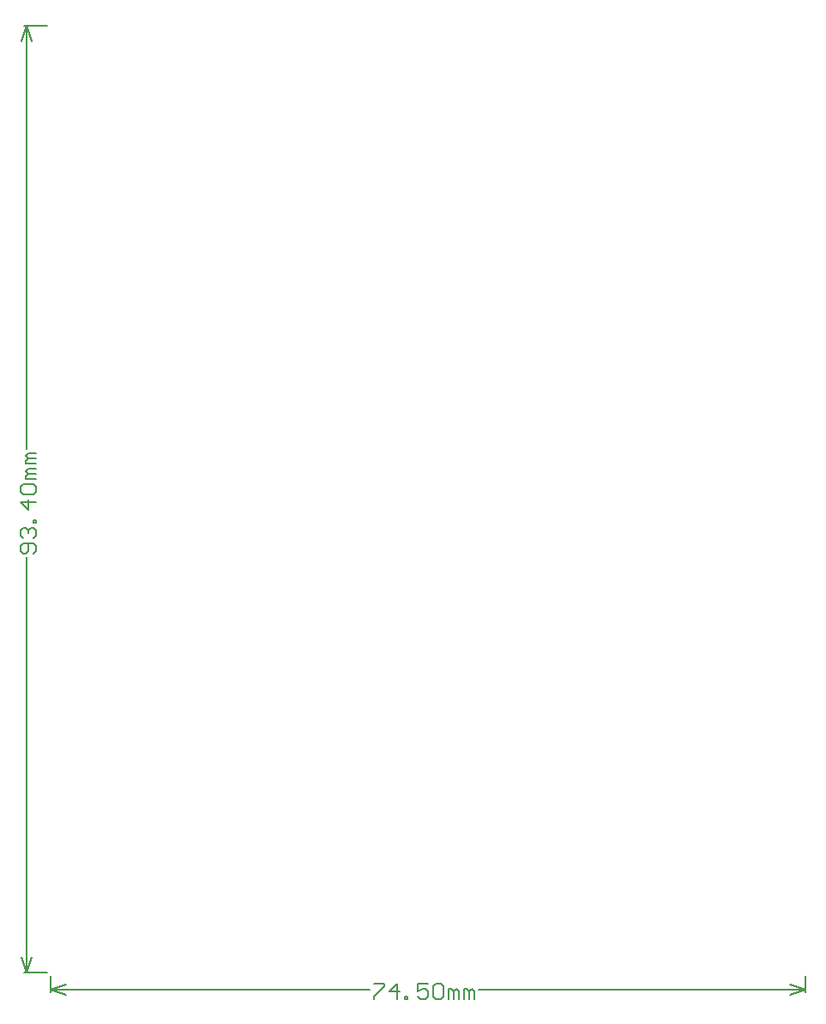
<source format=gm1>
G04*
G04 #@! TF.GenerationSoftware,Altium Limited,Altium Designer,23.9.2 (47)*
G04*
G04 Layer_Color=16711935*
%FSLAX24Y24*%
%MOIN*%
G70*
G04*
G04 #@! TF.SameCoordinates,AAFFF98D-1960-493D-9132-569EA71A65ED*
G04*
G04*
G04 #@! TF.FilePolarity,Positive*
G04*
G01*
G75*
%ADD11C,0.0079*%
%ADD68C,0.0060*%
D11*
X0Y-669D02*
X600Y-469D01*
X0Y-669D02*
X600Y-869D01*
X28731D02*
X29331Y-669D01*
X28731Y-469D02*
X29331Y-669D01*
X0D02*
X12396D01*
X16615D02*
X29331D01*
X0Y-769D02*
Y-139D01*
X29331Y-769D02*
Y-139D01*
X-1135Y600D02*
X-935Y0D01*
X-735Y600D01*
X-935Y36772D02*
X-735Y36172D01*
X-1135D02*
X-935Y36772D01*
Y0D02*
Y16116D01*
Y20335D02*
Y36772D01*
X-1035Y0D02*
X-139D01*
X-1035Y36772D02*
X-139D01*
D68*
X12556Y-429D02*
X12956D01*
Y-529D01*
X12556Y-929D01*
Y-1029D01*
X13456D02*
Y-429D01*
X13156Y-729D01*
X13556D01*
X13756Y-1029D02*
Y-929D01*
X13856D01*
Y-1029D01*
X13756D01*
X14655Y-429D02*
X14255D01*
Y-729D01*
X14455Y-629D01*
X14555D01*
X14655Y-729D01*
Y-929D01*
X14555Y-1029D01*
X14355D01*
X14255Y-929D01*
X14855Y-529D02*
X14955Y-429D01*
X15155D01*
X15255Y-529D01*
Y-929D01*
X15155Y-1029D01*
X14955D01*
X14855Y-929D01*
Y-529D01*
X15455Y-1029D02*
Y-629D01*
X15555D01*
X15655Y-729D01*
Y-1029D01*
Y-729D01*
X15755Y-629D01*
X15855Y-729D01*
Y-1029D01*
X16055D02*
Y-629D01*
X16155D01*
X16255Y-729D01*
Y-1029D01*
Y-729D01*
X16355Y-629D01*
X16455Y-729D01*
Y-1029D01*
X-675Y16276D02*
X-575Y16376D01*
Y16576D01*
X-675Y16676D01*
X-1075D01*
X-1175Y16576D01*
Y16376D01*
X-1075Y16276D01*
X-975D01*
X-875Y16376D01*
Y16676D01*
X-1075Y16876D02*
X-1175Y16976D01*
Y17176D01*
X-1075Y17276D01*
X-975D01*
X-875Y17176D01*
Y17076D01*
Y17176D01*
X-775Y17276D01*
X-675D01*
X-575Y17176D01*
Y16976D01*
X-675Y16876D01*
X-575Y17476D02*
X-675D01*
Y17576D01*
X-575D01*
Y17476D01*
Y18276D02*
X-1175D01*
X-875Y17976D01*
Y18376D01*
X-1075Y18576D02*
X-1175Y18676D01*
Y18876D01*
X-1075Y18976D01*
X-675D01*
X-575Y18876D01*
Y18676D01*
X-675Y18576D01*
X-1075D01*
X-575Y19176D02*
X-975D01*
Y19275D01*
X-875Y19375D01*
X-575D01*
X-875D01*
X-975Y19475D01*
X-875Y19575D01*
X-575D01*
Y19775D02*
X-975D01*
Y19875D01*
X-875Y19975D01*
X-575D01*
X-875D01*
X-975Y20075D01*
X-875Y20175D01*
X-575D01*
M02*

</source>
